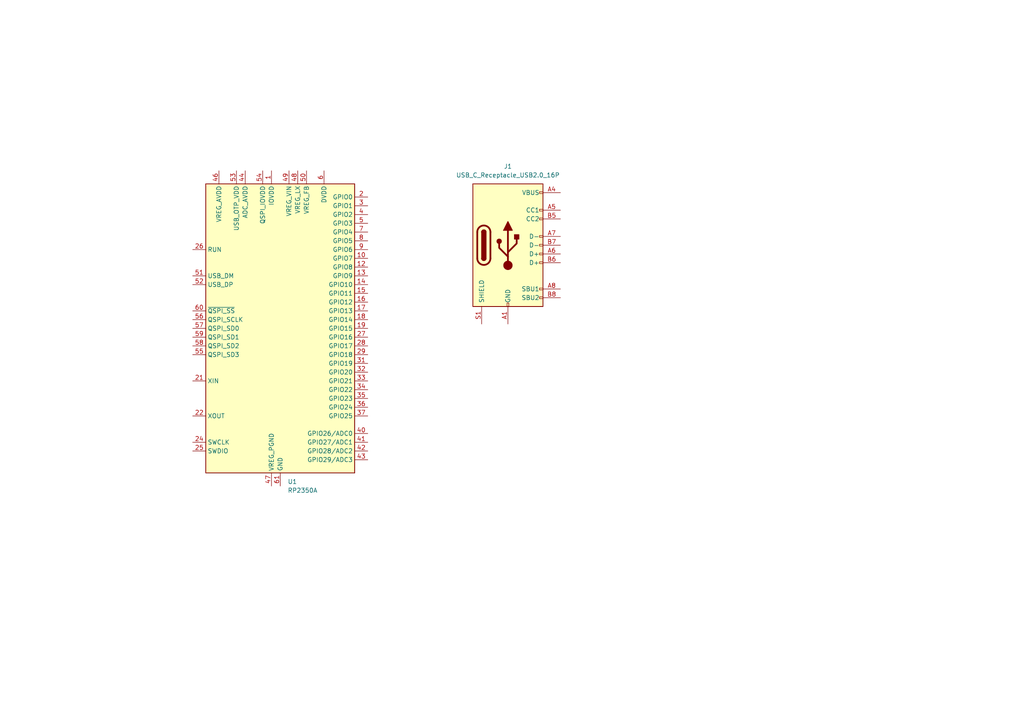
<source format=kicad_sch>
(kicad_sch (version 20250114) (generator "eeschema") (generator_version "9.0")
  (paper "A4")
  (title_block (title "THUNDER HORSE") (date "2026-01-28") (rev "1.0") (company "Chapuzas S.L."))
  (lib_symbols
    (symbol "Connector:USB_C_Receptacle_USB2.0_16P" (pin_names (offset 1.016))
      (property "Reference" "J" (at 0 22.225 0))
      (property "Value" "USB_C_Receptacle_USB2.0_16P" (at 0 19.685 0))
      (symbol "USB_C_Receptacle_USB2.0_16P_0_0"
        (rectangle (start -0.254 -17.78) (end 0.254 -16.764))
        (rectangle (start 10.16 15.494) (end 9.144 14.986))
        (rectangle (start 10.16 10.414) (end 9.144 9.906))
        (rectangle (start 10.16 7.874) (end 9.144 7.366))
        (rectangle (start 10.16 2.794) (end 9.144 2.286))
        (rectangle (start 10.16 0.254) (end 9.144 -0.254))
        (rectangle (start 10.16 -2.286) (end 9.144 -2.794))
        (rectangle (start 10.16 -4.826) (end 9.144 -5.334))
        (rectangle (start 10.16 -12.446) (end 9.144 -12.954))
        (rectangle (start 10.16 -14.986) (end 9.144 -15.494))
      )
      (symbol "USB_C_Receptacle_USB2.0_16P_0_1"
        (rectangle (start -10.16 17.78) (end 10.16 -17.78) (stroke (width 0.254)) (fill (type background)))
        (polyline (pts (xy -8.89 -3.81) (xy -8.89 3.81)) (stroke (width 0.508)))
        (rectangle (start -7.62 -3.81) (end -6.35 3.81) (stroke (width 0.254)) (fill (type outline)))
        (arc (start -7.62 3.81) (mid -6.985 4.4423) (end -6.35 3.81) (stroke (width 0.254)))
        (arc (start -7.62 3.81) (mid -6.985 4.4423) (end -6.35 3.81) (stroke (width 0.254)) (fill (type outline)))
        (arc (start -8.89 3.81) (mid -6.985 5.7067) (end -5.08 3.81) (stroke (width 0.508)))
        (arc (start -5.08 -3.81) (mid -6.985 -5.7067) (end -8.89 -3.81) (stroke (width 0.508)))
        (arc (start -6.35 -3.81) (mid -6.985 -4.4423) (end -7.62 -3.81) (stroke (width 0.254)))
        (arc (start -6.35 -3.81) (mid -6.985 -4.4423) (end -7.62 -3.81) (stroke (width 0.254)) (fill (type outline)))
        (polyline (pts (xy -5.08 3.81) (xy -5.08 -3.81)) (stroke (width 0.508)))
        (circle (center -2.54 1.143) (radius 0.635) (stroke (width 0.254)) (fill (type outline)))
        (polyline (pts (xy -1.27 4.318) (xy 0 6.858) (xy 1.27 4.318) (xy -1.27 4.318)) (stroke (width 0.254)) (fill (type outline)))
        (polyline (pts (xy 0 -2.032) (xy 2.54 0.508) (xy 2.54 1.778)) (stroke (width 0.508)))
        (polyline (pts (xy 0 -3.302) (xy -2.54 -0.762) (xy -2.54 0.508)) (stroke (width 0.508)))
        (polyline (pts (xy 0 -5.842) (xy 0 4.318)) (stroke (width 0.508)))
        (circle (center 0 -5.842) (radius 1.27) (fill (type outline)))
        (rectangle (start 1.905 1.778) (end 3.175 3.048) (stroke (width 0.254)) (fill (type outline)))
      )
      (symbol "USB_C_Receptacle_USB2.0_16P_1_1"
        (pin passive line (at -7.62 -22.86 90) (length 5.08) (name "SHIELD") (number "S1"))
        (pin passive line (at 0 -22.86 90) (length 5.08) (name "GND") (number "A1"))
        (pin passive line (at 0 -22.86 90) (length 5.08) (hide yes) (name "GND") (number "A12"))
        (pin passive line (at 0 -22.86 90) (length 5.08) (hide yes) (name "GND") (number "B1"))
        (pin passive line (at 0 -22.86 90) (length 5.08) (hide yes) (name "GND") (number "B12"))
        (pin passive line (at 15.24 15.24 180) (length 5.08) (name "VBUS") (number "A4"))
        (pin passive line (at 15.24 15.24 180) (length 5.08) (hide yes) (name "VBUS") (number "A9"))
        (pin passive line (at 15.24 15.24 180) (length 5.08) (hide yes) (name "VBUS") (number "B4"))
        (pin passive line (at 15.24 15.24 180) (length 5.08) (hide yes) (name "VBUS") (number "B9"))
        (pin bidirectional line (at 15.24 10.16 180) (length 5.08) (name "CC1") (number "A5"))
        (pin bidirectional line (at 15.24 7.62 180) (length 5.08) (name "CC2") (number "B5"))
        (pin bidirectional line (at 15.24 2.54 180) (length 5.08) (name "D-") (number "A7"))
        (pin bidirectional line (at 15.24 0 180) (length 5.08) (name "D-") (number "B7"))
        (pin bidirectional line (at 15.24 -2.54 180) (length 5.08) (name "D+") (number "A6"))
        (pin bidirectional line (at 15.24 -5.08 180) (length 5.08) (name "D+") (number "B6"))
        (pin bidirectional line (at 15.24 -12.7 180) (length 5.08) (name "SBU1") (number "A8"))
        (pin bidirectional line (at 15.24 -15.24 180) (length 5.08) (name "SBU2") (number "B8"))
      )
    )
    (symbol "MCU_RaspberryPi:RP2350A"
      (property "Reference" "U" (at 17.526 47.244 0))
      (property "Value" "RP2350A" (at 17.526 44.704 0))
      (symbol "RP2350A_0_1"
        (rectangle (start -21.59 41.91) (end 21.59 -41.91) (stroke (width 0.254)) (fill (type background)))
      )
      (symbol "RP2350A_1_0"
        (pin power_in line (at -17.78 45.72 270) (length 3.81) (name "VREG_AVDD") (number "46"))
        (pin power_in line (at -12.7 45.72 270) (length 3.81) (name "USB_OTP_VDD") (number "53"))
        (pin power_in line (at -5.08 45.72 270) (length 3.81) (name "QSPI_IOVDD") (number "54"))
        (pin power_in line (at -2.54 -45.72 90) (length 3.81) (name "VREG_PGND") (number "47"))
        (pin passive line (at 12.7 45.72 270) (length 3.81) (hide yes) (name "DVDD") (number "39"))
        (pin power_in line (at 12.7 45.72 270) (length 3.81) (name "DVDD") (number "6"))
      )
      (symbol "RP2350A_1_1"
        (pin input line (at -25.4 22.86 0) (length 3.81) (name "RUN") (number "26"))
        (pin bidirectional line (at -25.4 15.24 0) (length 3.81) (name "USB_DM") (number "51"))
        (pin bidirectional line (at -25.4 12.7 0) (length 3.81) (name "USB_DP") (number "52"))
        (pin output line (at -25.4 5.08 0) (length 3.81) (name "~{QSPI_SS}") (number "60"))
        (pin output line (at -25.4 2.54 0) (length 3.81) (name "QSPI_SCLK") (number "56"))
        (pin bidirectional line (at -25.4 0 0) (length 3.81) (name "QSPI_SD0") (number "57"))
        (pin bidirectional line (at -25.4 -2.54 0) (length 3.81) (name "QSPI_SD1") (number "59"))
        (pin bidirectional line (at -25.4 -5.08 0) (length 3.81) (name "QSPI_SD2") (number "58"))
        (pin bidirectional line (at -25.4 -7.62 0) (length 3.81) (name "QSPI_SD3") (number "55"))
        (pin input line (at -25.4 -15.24 0) (length 3.81) (name "XIN") (number "21"))
        (pin output line (at -25.4 -25.4 0) (length 3.81) (name "XOUT") (number "22"))
        (pin input line (at -25.4 -33.02 0) (length 3.81) (name "SWCLK") (number "24"))
        (pin bidirectional line (at -25.4 -35.56 0) (length 3.81) (name "SWDIO") (number "25"))
        (pin power_in line (at -10.16 45.72 270) (length 3.81) (name "ADC_AVDD") (number "44"))
        (pin power_in line (at -2.54 45.72 270) (length 3.81) (name "IOVDD") (number "1"))
        (pin passive line (at -2.54 45.72 270) (length 3.81) (hide yes) (name "IOVDD") (number "11"))
        (pin passive line (at -2.54 45.72 270) (length 3.81) (hide yes) (name "IOVDD") (number "20"))
        (pin passive line (at -2.54 45.72 270) (length 3.81) (hide yes) (name "IOVDD") (number "30"))
        (pin passive line (at -2.54 45.72 270) (length 3.81) (hide yes) (name "IOVDD") (number "38"))
        (pin passive line (at -2.54 45.72 270) (length 3.81) (hide yes) (name "IOVDD") (number "45"))
        (pin power_in line (at 0 -45.72 90) (length 3.81) (name "GND") (number "61"))
        (pin power_in line (at 2.54 45.72 270) (length 3.81) (name "VREG_VIN") (number "49"))
        (pin power_out line (at 5.08 45.72 270) (length 3.81) (name "VREG_LX") (number "48"))
        (pin passive line (at 7.62 45.72 270) (length 3.81) (name "VREG_FB") (number "50"))
        (pin passive line (at 12.7 45.72 270) (length 3.81) (hide yes) (name "DVDD") (number "23"))
        (pin bidirectional line (at 25.4 38.1 180) (length 3.81) (name "GPIO0") (number "2"))
        (pin bidirectional line (at 25.4 35.56 180) (length 3.81) (name "GPIO1") (number "3"))
        (pin bidirectional line (at 25.4 33.02 180) (length 3.81) (name "GPIO2") (number "4"))
        (pin bidirectional line (at 25.4 30.48 180) (length 3.81) (name "GPIO3") (number "5"))
        (pin bidirectional line (at 25.4 27.94 180) (length 3.81) (name "GPIO4") (number "7"))
        (pin bidirectional line (at 25.4 25.4 180) (length 3.81) (name "GPIO5") (number "8"))
        (pin bidirectional line (at 25.4 22.86 180) (length 3.81) (name "GPIO6") (number "9"))
        (pin bidirectional line (at 25.4 20.32 180) (length 3.81) (name "GPIO7") (number "10"))
        (pin bidirectional line (at 25.4 17.78 180) (length 3.81) (name "GPIO8") (number "12"))
        (pin bidirectional line (at 25.4 15.24 180) (length 3.81) (name "GPIO9") (number "13"))
        (pin bidirectional line (at 25.4 12.7 180) (length 3.81) (name "GPIO10") (number "14"))
        (pin bidirectional line (at 25.4 10.16 180) (length 3.81) (name "GPIO11") (number "15"))
        (pin bidirectional line (at 25.4 7.62 180) (length 3.81) (name "GPIO12") (number "16"))
        (pin bidirectional line (at 25.4 5.08 180) (length 3.81) (name "GPIO13") (number "17"))
        (pin bidirectional line (at 25.4 2.54 180) (length 3.81) (name "GPIO14") (number "18"))
        (pin bidirectional line (at 25.4 0 180) (length 3.81) (name "GPIO15") (number "19"))
        (pin bidirectional line (at 25.4 -2.54 180) (length 3.81) (name "GPIO16") (number "27"))
        (pin bidirectional line (at 25.4 -5.08 180) (length 3.81) (name "GPIO17") (number "28"))
        (pin bidirectional line (at 25.4 -7.62 180) (length 3.81) (name "GPIO18") (number "29"))
        (pin bidirectional line (at 25.4 -10.16 180) (length 3.81) (name "GPIO19") (number "31"))
        (pin bidirectional line (at 25.4 -12.7 180) (length 3.81) (name "GPIO20") (number "32"))
        (pin bidirectional line (at 25.4 -15.24 180) (length 3.81) (name "GPIO21") (number "33"))
        (pin bidirectional line (at 25.4 -17.78 180) (length 3.81) (name "GPIO22") (number "34"))
        (pin bidirectional line (at 25.4 -20.32 180) (length 3.81) (name "GPIO23") (number "35"))
        (pin bidirectional line (at 25.4 -22.86 180) (length 3.81) (name "GPIO24") (number "36"))
        (pin bidirectional line (at 25.4 -25.4 180) (length 3.81) (name "GPIO25") (number "37"))
        (pin bidirectional line (at 25.4 -30.48 180) (length 3.81) (name "GPIO26/ADC0") (number "40"))
        (pin bidirectional line (at 25.4 -33.02 180) (length 3.81) (name "GPIO27/ADC1") (number "41"))
        (pin bidirectional line (at 25.4 -35.56 180) (length 3.81) (name "GPIO28/ADC2") (number "42"))
        (pin bidirectional line (at 25.4 -38.1 180) (length 3.81) (name "GPIO29/ADC3") (number "43"))
      )
    )
  )
  (symbol (lib_id "Connector:USB_C_Receptacle_USB2.0_16P") (at 147.32 71.12 0) (unit 1)
    (property "Reference" "J1" (at 147.32 48.26 0))
    (property "Value" "USB_C_Receptacle_USB2.0_16P" (at 147.32 50.8 0))
    (property "Footprint" "Custom_Parts:HH-16P-CB-TYPE-C" (effects (hide yes)))
    (property "Datasheet" "https://www.usb.org/sites/default/files/documents/usb_type-c.zip" (effects (hide yes)))
    (property "Description" "USB 2.0-only 16P Type-C Receptacle connector" (effects (hide yes)))
  )
  (symbol (lib_id "MCU_RaspberryPi:RP2350A") (at 81.28 95.25 0) (unit 1)
    (property "Reference" "U1" (at 83.4233 139.7 0) (effects (justify left)))
    (property "Value" "RP2350A" (at 83.4233 142.24 0) (effects (justify left)))
    (property "Footprint" "Custom_Parts:RP2350A_QFN-60_EP_7.75x7.75_Pitch0.4mm" (effects (hide yes)))
    (property "Datasheet" "https://datasheets.raspberrypi.com/rp2350/rp2350-datasheet.pdf" (effects (hide yes)))
    (property "Description" "A microcontroller by Raspberry Pi, dual CPU architecture (ARM Cortex-M33 / RISC-V Hazard3), 150MHz, no flash, 520KB SRAM, 12 PIO state machines, VQFN-60" (effects (hide yes)))
    (property private "KLC_S4.2_DVDD" "Not a standalone power converter; internal on-chip voltage regulator for digital core supply; DVDD is the digital core power supply, should be placed next to voltage regulator output." (effects (hide yes)))
    (property private "KLC_S4.2_VREG_LX" "Should be placed next to DVDD." (effects (hide yes)))
  )
)
</source>
